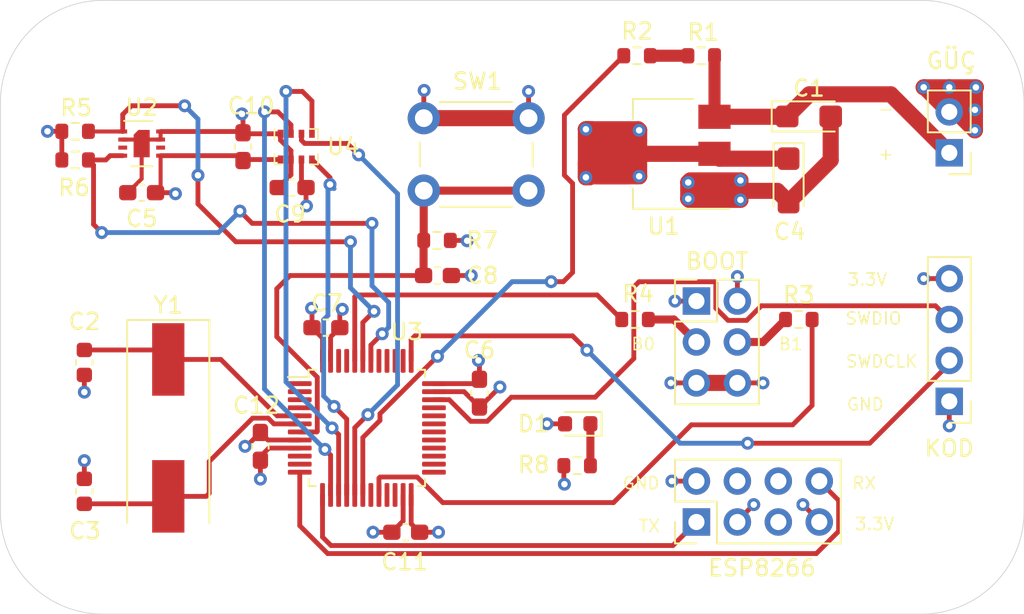
<source format=kicad_pcb>
(kicad_pcb (version 20171130) (host pcbnew "(5.1.10)-1")
  (layers (0 F.Cu signal) (1 In1.Cu power) (2 In2.Cu power) (31 B.Cu signal) (34 B.Paste user) (35 F.Paste user) (36 B.SilkS user) (37 F.SilkS user) (38 B.Mask user) (39 F.Mask user) (44 Edge.Cuts user))
  (net 0 "")
  (net 1 GND)
  (net 2 /BOOT1)
  (net 3 /BOOT0)
  (net 4 +3V3)
  (net 5 /VIN)
  (net 6 "Net-(C2-Pad1)")
  (net 7 "Net-(C3-Pad1)")
  (net 8 /RESET)
  (net 9 "Net-(D1-Pad1)")
  (net 10 /ESP_RX)
  (net 11 "Net-(ESP1-Pad6)")
  (net 12 "Net-(ESP1-Pad5)")
  (net 13 "Net-(ESP1-Pad4)")
  (net 14 /ESP_TX)
  (net 15 /SWDIO)
  (net 16 /SWDCLK)
  (net 17 "Net-(R1-Pad1)")
  (net 18 "Net-(R2-Pad1)")
  (net 19 "Net-(R3-Pad1)")
  (net 20 "Net-(R4-Pad1)")
  (net 21 /SDA_SHT)
  (net 22 /SCL_SHT)
  (net 23 "Net-(U2-Pad3)")
  (net 24 "Net-(U2-Pad6)")
  (net 25 "Net-(U3-Pad46)")
  (net 26 "Net-(U3-Pad45)")
  (net 27 "Net-(U3-Pad41)")
  (net 28 "Net-(U3-Pad40)")
  (net 29 "Net-(U3-Pad39)")
  (net 30 "Net-(U3-Pad38)")
  (net 31 "Net-(U3-Pad33)")
  (net 32 "Net-(U3-Pad32)")
  (net 33 "Net-(U3-Pad31)")
  (net 34 "Net-(U3-Pad30)")
  (net 35 "Net-(U3-Pad29)")
  (net 36 "Net-(U3-Pad28)")
  (net 37 "Net-(U3-Pad27)")
  (net 38 "Net-(U3-Pad26)")
  (net 39 "Net-(U3-Pad25)")
  (net 40 "Net-(U3-Pad22)")
  (net 41 "Net-(U3-Pad21)")
  (net 42 "Net-(U3-Pad19)")
  (net 43 /SDI_BMP)
  (net 44 /SDO_BMP)
  (net 45 /SCK_BMP)
  (net 46 /CSB_BMP)
  (net 47 "Net-(U3-Pad11)")
  (net 48 "Net-(U3-Pad10)")
  (net 49 "Net-(U3-Pad4)")
  (net 50 "Net-(U3-Pad3)")
  (net 51 "Net-(U3-Pad2)")
  (net 52 "Net-(U3-Pad1)")
  (module Capacitor_SMD:C_0603_1608Metric_Pad1.08x0.95mm_HandSolder (layer F.Cu) (at 60.579 167.386 90)
    (fp_text reference C12 (at 2.54 -0.254 180) (layer F.SilkS))
    (fp_text value "100 nF")
    (pad 2 smd roundrect (at 0.8625 0 90) (size 1.075 0.95) (layers F.Cu F.Paste F.Mask) (net 1 GND))
    (pad 1 smd roundrect (at -0.8625 0 90) (size 1.075 0.95) (layers F.Cu F.Paste F.Mask) (net 4 +3V3))
  )
  (module Capacitor_SMD:C_0603_1608Metric_Pad1.08x0.95mm_HandSolder (layer F.Cu) (at 69.596 172.72 180)
    (fp_text reference C11 (at 0.0635 -1.8415) (layer F.SilkS))
    (fp_text value "100 nF")
    (pad 2 smd roundrect (at 0.8625 0 180) (size 1.075 0.95) (layers F.Cu F.Paste F.Mask) (net 1 GND))
    (pad 1 smd roundrect (at -0.8625 0 180) (size 1.075 0.95) (layers F.Cu F.Paste F.Mask) (net 4 +3V3))
  )
  (module Crystal:Crystal_SMD_HC49-SD (layer F.Cu) (at 54.864 166.243 270)
    (fp_text reference Y1 (at -7.62 0 180) (layer F.SilkS))
    (fp_text value "8 MHz")
    (pad 2 smd rect (at 4.25 0 270) (size 4.5 2) (layers F.Cu F.Paste F.Mask) (net 7 "Net-(C3-Pad1)"))
    (pad 1 smd rect (at -4.25 0 270) (size 4.5 2) (layers F.Cu F.Paste F.Mask) (net 6 "Net-(C2-Pad1)"))
  )
  (module Package_LGA:Bosch_LGA-8_2x2.5mm_P0.65mm_ClockwisePinNumbering (layer F.Cu) (at 62.8015 148.7805)
    (fp_text reference U4 (at 2.921 0) (layer F.SilkS))
    (fp_text value BMP280)
    (pad 8 smd rect (at -0.975 0.8 90) (size 0.5 0.35) (layers F.Cu F.Paste F.Mask) (net 4 +3V3))
    (pad 2 smd rect (at -0.325 -0.8 90) (size 0.5 0.35) (layers F.Cu F.Paste F.Mask) (net 46 /CSB_BMP))
    (pad 3 smd rect (at 0.325 -0.8 90) (size 0.5 0.35) (layers F.Cu F.Paste F.Mask) (net 43 /SDI_BMP))
    (pad 4 smd rect (at 0.975 -0.8 90) (size 0.5 0.35) (layers F.Cu F.Paste F.Mask) (net 45 /SCK_BMP))
    (pad 7 smd rect (at -0.325 0.8 90) (size 0.5 0.35) (layers F.Cu F.Paste F.Mask) (net 1 GND))
    (pad 6 smd rect (at 0.325 0.8 90) (size 0.5 0.35) (layers F.Cu F.Paste F.Mask) (net 4 +3V3))
    (pad 5 smd rect (at 0.975 0.8 90) (size 0.5 0.35) (layers F.Cu F.Paste F.Mask) (net 44 /SDO_BMP))
    (pad 1 smd rect (at -0.975 -0.8 90) (size 0.5 0.35) (layers F.Cu F.Paste F.Mask) (net 1 GND))
  )
  (module Package_QFP:LQFP-48_7x7mm_P0.5mm (layer F.Cu) (at 67.183 166.243)
    (fp_text reference U3 (at 2.4765 -5.969) (layer F.SilkS))
    (fp_text value STM32F103C8Tx)
    (pad 48 smd roundrect (at -2.75 -4.1625) (size 0.3 1.475) (layers F.Cu F.Paste F.Mask) (net 4 +3V3))
    (pad 47 smd roundrect (at -2.25 -4.1625) (size 0.3 1.475) (layers F.Cu F.Paste F.Mask) (net 1 GND))
    (pad 46 smd roundrect (at -1.75 -4.1625) (size 0.3 1.475) (layers F.Cu F.Paste F.Mask) (net 25 "Net-(U3-Pad46)"))
    (pad 45 smd roundrect (at -1.25 -4.1625) (size 0.3 1.475) (layers F.Cu F.Paste F.Mask) (net 26 "Net-(U3-Pad45)"))
    (pad 44 smd roundrect (at -0.75 -4.1625) (size 0.3 1.475) (layers F.Cu F.Paste F.Mask) (net 20 "Net-(R4-Pad1)"))
    (pad 43 smd roundrect (at -0.25 -4.1625) (size 0.3 1.475) (layers F.Cu F.Paste F.Mask) (net 21 /SDA_SHT))
    (pad 42 smd roundrect (at 0.25 -4.1625) (size 0.3 1.475) (layers F.Cu F.Paste F.Mask) (net 22 /SCL_SHT))
    (pad 41 smd roundrect (at 0.75 -4.1625) (size 0.3 1.475) (layers F.Cu F.Paste F.Mask) (net 27 "Net-(U3-Pad41)"))
    (pad 40 smd roundrect (at 1.25 -4.1625) (size 0.3 1.475) (layers F.Cu F.Paste F.Mask) (net 28 "Net-(U3-Pad40)"))
    (pad 39 smd roundrect (at 1.75 -4.1625) (size 0.3 1.475) (layers F.Cu F.Paste F.Mask) (net 29 "Net-(U3-Pad39)"))
    (pad 38 smd roundrect (at 2.25 -4.1625) (size 0.3 1.475) (layers F.Cu F.Paste F.Mask) (net 30 "Net-(U3-Pad38)"))
    (pad 37 smd roundrect (at 2.75 -4.1625) (size 0.3 1.475) (layers F.Cu F.Paste F.Mask) (net 16 /SWDCLK))
    (pad 36 smd roundrect (at 4.1625 -2.75) (size 1.475 0.3) (layers F.Cu F.Paste F.Mask) (net 4 +3V3))
    (pad 35 smd roundrect (at 4.1625 -2.25) (size 1.475 0.3) (layers F.Cu F.Paste F.Mask) (net 1 GND))
    (pad 34 smd roundrect (at 4.1625 -1.75) (size 1.475 0.3) (layers F.Cu F.Paste F.Mask) (net 15 /SWDIO))
    (pad 33 smd roundrect (at 4.1625 -1.25) (size 1.475 0.3) (layers F.Cu F.Paste F.Mask) (net 31 "Net-(U3-Pad33)"))
    (pad 32 smd roundrect (at 4.1625 -0.75) (size 1.475 0.3) (layers F.Cu F.Paste F.Mask) (net 32 "Net-(U3-Pad32)"))
    (pad 31 smd roundrect (at 4.1625 -0.25) (size 1.475 0.3) (layers F.Cu F.Paste F.Mask) (net 33 "Net-(U3-Pad31)"))
    (pad 30 smd roundrect (at 4.1625 0.25) (size 1.475 0.3) (layers F.Cu F.Paste F.Mask) (net 34 "Net-(U3-Pad30)"))
    (pad 29 smd roundrect (at 4.1625 0.75) (size 1.475 0.3) (layers F.Cu F.Paste F.Mask) (net 35 "Net-(U3-Pad29)"))
    (pad 28 smd roundrect (at 4.1625 1.25) (size 1.475 0.3) (layers F.Cu F.Paste F.Mask) (net 36 "Net-(U3-Pad28)"))
    (pad 27 smd roundrect (at 4.1625 1.75) (size 1.475 0.3) (layers F.Cu F.Paste F.Mask) (net 37 "Net-(U3-Pad27)"))
    (pad 26 smd roundrect (at 4.1625 2.25) (size 1.475 0.3) (layers F.Cu F.Paste F.Mask) (net 38 "Net-(U3-Pad26)"))
    (pad 25 smd roundrect (at 4.1625 2.75) (size 1.475 0.3) (layers F.Cu F.Paste F.Mask) (net 39 "Net-(U3-Pad25)"))
    (pad 24 smd roundrect (at 2.75 4.1625) (size 0.3 1.475) (layers F.Cu F.Paste F.Mask) (net 4 +3V3))
    (pad 23 smd roundrect (at 2.25 4.1625) (size 0.3 1.475) (layers F.Cu F.Paste F.Mask) (net 1 GND))
    (pad 22 smd roundrect (at 1.75 4.1625) (size 0.3 1.475) (layers F.Cu F.Paste F.Mask) (net 40 "Net-(U3-Pad22)"))
    (pad 21 smd roundrect (at 1.25 4.1625) (size 0.3 1.475) (layers F.Cu F.Paste F.Mask) (net 41 "Net-(U3-Pad21)"))
    (pad 20 smd roundrect (at 0.75 4.1625) (size 0.3 1.475) (layers F.Cu F.Paste F.Mask) (net 19 "Net-(R3-Pad1)"))
    (pad 19 smd roundrect (at 0.25 4.1625) (size 0.3 1.475) (layers F.Cu F.Paste F.Mask) (net 42 "Net-(U3-Pad19)"))
    (pad 18 smd roundrect (at -0.25 4.1625) (size 0.3 1.475) (layers F.Cu F.Paste F.Mask) (net 18 "Net-(R2-Pad1)"))
    (pad 17 smd roundrect (at -0.75 4.1625) (size 0.3 1.475) (layers F.Cu F.Paste F.Mask) (net 43 /SDI_BMP))
    (pad 16 smd roundrect (at -1.25 4.1625) (size 0.3 1.475) (layers F.Cu F.Paste F.Mask) (net 44 /SDO_BMP))
    (pad 15 smd roundrect (at -1.75 4.1625) (size 0.3 1.475) (layers F.Cu F.Paste F.Mask) (net 45 /SCK_BMP))
    (pad 14 smd roundrect (at -2.25 4.1625) (size 0.3 1.475) (layers F.Cu F.Paste F.Mask) (net 46 /CSB_BMP))
    (pad 13 smd roundrect (at -2.75 4.1625) (size 0.3 1.475) (layers F.Cu F.Paste F.Mask) (net 14 /ESP_TX))
    (pad 12 smd roundrect (at -4.1625 2.75) (size 1.475 0.3) (layers F.Cu F.Paste F.Mask) (net 10 /ESP_RX))
    (pad 11 smd roundrect (at -4.1625 2.25) (size 1.475 0.3) (layers F.Cu F.Paste F.Mask) (net 47 "Net-(U3-Pad11)"))
    (pad 10 smd roundrect (at -4.1625 1.75) (size 1.475 0.3) (layers F.Cu F.Paste F.Mask) (net 48 "Net-(U3-Pad10)"))
    (pad 9 smd roundrect (at -4.1625 1.25) (size 1.475 0.3) (layers F.Cu F.Paste F.Mask) (net 4 +3V3))
    (pad 8 smd roundrect (at -4.1625 0.75) (size 1.475 0.3) (layers F.Cu F.Paste F.Mask) (net 1 GND))
    (pad 7 smd roundrect (at -4.1625 0.25) (size 1.475 0.3) (layers F.Cu F.Paste F.Mask) (net 8 /RESET))
    (pad 6 smd roundrect (at -4.1625 -0.25) (size 1.475 0.3) (layers F.Cu F.Paste F.Mask) (net 7 "Net-(C3-Pad1)"))
    (pad 5 smd roundrect (at -4.1625 -0.75) (size 1.475 0.3) (layers F.Cu F.Paste F.Mask) (net 6 "Net-(C2-Pad1)"))
    (pad 4 smd roundrect (at -4.1625 -1.25) (size 1.475 0.3) (layers F.Cu F.Paste F.Mask) (net 49 "Net-(U3-Pad4)"))
    (pad 3 smd roundrect (at -4.1625 -1.75) (size 1.475 0.3) (layers F.Cu F.Paste F.Mask) (net 50 "Net-(U3-Pad3)"))
    (pad 2 smd roundrect (at -4.1625 -2.25) (size 1.475 0.3) (layers F.Cu F.Paste F.Mask) (net 51 "Net-(U3-Pad2)"))
    (pad 1 smd roundrect (at -4.1625 -2.75) (size 1.475 0.3) (layers F.Cu F.Paste F.Mask) (net 52 "Net-(U3-Pad1)"))
  )
  (module Sensor_Humidity:Sensirion_DFN-8-1EP_2.5x2.5mm_P0.5mm_EP1.1x1.7mm (layer F.Cu) (at 53.213 148.59)
    (fp_text reference U2 (at 0 -2.25) (layer F.SilkS))
    (fp_text value SHT30-DIS)
    (pad 1 smd rect (at -1.175 -0.75) (size 0.55 0.25) (layers F.Cu F.Paste F.Mask) (net 21 /SDA_SHT))
    (pad 2 smd rect (at -1.175 -0.25) (size 0.55 0.25) (layers F.Cu F.Paste F.Mask) (net 1 GND))
    (pad 3 smd rect (at -1.175 0.25) (size 0.55 0.25) (layers F.Cu F.Paste F.Mask) (net 23 "Net-(U2-Pad3)"))
    (pad 4 smd rect (at -1.175 0.75 180) (size 0.55 0.25) (layers F.Cu F.Paste F.Mask) (net 22 /SCL_SHT))
    (pad 5 smd rect (at 1.175 0.75) (size 0.55 0.25) (layers F.Cu F.Paste F.Mask) (net 4 +3V3))
    (pad 6 smd rect (at 1.175 0.25) (size 0.55 0.25) (layers F.Cu F.Paste F.Mask) (net 24 "Net-(U2-Pad6)"))
    (pad 7 smd rect (at 1.175 -0.25) (size 0.55 0.25) (layers F.Cu F.Paste F.Mask) (net 1 GND))
    (pad 8 smd rect (at 1.175 -0.75) (size 0.55 0.25) (layers F.Cu F.Paste F.Mask) (net 1 GND))
    (pad 9 smd custom (at 0 0) (size 1 1) (layers F.Cu F.Mask) (net 1 GND) (options (clearance outline) (anchor circle)) (primitives (gr_poly (pts (xy 0.5 0.85) (xy -0.5 0.85) (xy -0.5 -0.55) (xy -0.2 -0.85) (xy 0.5 -0.85)) (width 0))))
  )
  (module Package_TO_SOT_SMD:SOT-223-3_TabPin2 (layer F.Cu) (at 85.598 149.225 180)
    (fp_text reference U1 (at 0 -4.5) (layer F.SilkS))
    (fp_text value AMS1117-3.3)
    (pad 1 smd rect (at -3.15 -2.3 180) (size 2 1.5) (layers F.Cu F.Paste F.Mask) (net 1 GND))
    (pad 3 smd rect (at -3.15 2.3 180) (size 2 1.5) (layers F.Cu F.Paste F.Mask) (net 5 /VIN))
    (pad 2 smd rect (at -3.15 0 180) (size 2 1.5) (layers F.Cu F.Paste F.Mask) (net 4 +3V3))
    (pad 2 smd rect (at 3.15 0 180) (size 2 3.8) (layers F.Cu F.Paste F.Mask) (net 4 +3V3))
  )
  (module Button_Switch_THT:SW_PUSH_6mm (layer F.Cu) (at 77.216 151.511 180)
    (fp_text reference SW1 (at 3.175 6.7945) (layer F.SilkS))
    (fp_text value SW_Push)
    (pad 1 thru_hole circle (at 6.5 0 270) (size 2 2) (drill 1.1) (layers *.Cu *.Mask) (net 8 /RESET))
    (pad 2 thru_hole circle (at 6.5 4.5 270) (size 2 2) (drill 1.1) (layers *.Cu *.Mask) (net 1 GND))
    (pad 1 thru_hole circle (at 0 0 270) (size 2 2) (drill 1.1) (layers *.Cu *.Mask) (net 8 /RESET))
    (pad 2 thru_hole circle (at 0 4.5 270) (size 2 2) (drill 1.1) (layers *.Cu *.Mask) (net 1 GND))
  )
  (module Resistor_SMD:R_0603_1608Metric (layer F.Cu) (at 80.228922 168.588914)
    (fp_text reference R8 (at -2.695422 -0.059914) (layer F.SilkS))
    (fp_text value "510 R")
    (pad 2 smd roundrect (at 0.825 0) (size 0.8 0.95) (layers F.Cu F.Paste F.Mask) (net 9 "Net-(D1-Pad1)"))
    (pad 1 smd roundrect (at -0.825 0) (size 0.8 0.95) (layers F.Cu F.Paste F.Mask) (net 1 GND))
  )
  (module Resistor_SMD:R_0603_1608Metric (layer F.Cu) (at 71.536053 154.601315 180)
    (fp_text reference R7 (at -2.794 0) (layer F.SilkS))
    (fp_text value 10k)
    (pad 2 smd roundrect (at 0.825 0 180) (size 0.8 0.95) (layers F.Cu F.Paste F.Mask) (net 8 /RESET))
    (pad 1 smd roundrect (at -0.825 0 180) (size 0.8 0.95) (layers F.Cu F.Paste F.Mask) (net 4 +3V3))
  )
  (module Resistor_SMD:R_0603_1608Metric (layer F.Cu) (at 49.0855 149.606)
    (fp_text reference R6 (at -0.0635 1.7145) (layer F.SilkS))
    (fp_text value 10k)
    (pad 2 smd roundrect (at 0.825 0) (size 0.8 0.95) (layers F.Cu F.Paste F.Mask) (net 22 /SCL_SHT))
    (pad 1 smd roundrect (at -0.825 0) (size 0.8 0.95) (layers F.Cu F.Paste F.Mask) (net 4 +3V3))
  )
  (module Resistor_SMD:R_0603_1608Metric (layer F.Cu) (at 49.0855 147.828)
    (fp_text reference R5 (at 0.0635 -1.4605) (layer F.SilkS))
    (fp_text value 10k)
    (pad 2 smd roundrect (at 0.825 0) (size 0.8 0.95) (layers F.Cu F.Paste F.Mask) (net 21 /SDA_SHT))
    (pad 1 smd roundrect (at -0.825 0) (size 0.8 0.95) (layers F.Cu F.Paste F.Mask) (net 4 +3V3))
  )
  (module Resistor_SMD:R_0603_1608Metric (layer F.Cu) (at 83.82 159.512)
    (fp_text reference R4 (at 0.1905 -1.5875) (layer F.SilkS))
    (fp_text value 100k)
    (pad 2 smd roundrect (at 0.825 0) (size 0.8 0.95) (layers F.Cu F.Paste F.Mask) (net 3 /BOOT0))
    (pad 1 smd roundrect (at -0.825 0) (size 0.8 0.95) (layers F.Cu F.Paste F.Mask) (net 20 "Net-(R4-Pad1)"))
  )
  (module Resistor_SMD:R_0603_1608Metric (layer F.Cu) (at 93.98 159.512 180)
    (fp_text reference R3 (at 0 1.524) (layer F.SilkS))
    (fp_text value 100k)
    (pad 2 smd roundrect (at 0.825 0 180) (size 0.8 0.95) (layers F.Cu F.Paste F.Mask) (net 2 /BOOT1))
    (pad 1 smd roundrect (at -0.825 0 180) (size 0.8 0.95) (layers F.Cu F.Paste F.Mask) (net 19 "Net-(R3-Pad1)"))
  )
  (module Resistor_SMD:R_0603_1608Metric (layer F.Cu) (at 83.946752 143.13592)
    (fp_text reference R2 (at 0 -1.524) (layer F.SilkS))
    (fp_text value 50k)
    (pad 2 smd roundrect (at 0.825 0) (size 0.8 0.95) (layers F.Cu F.Paste F.Mask) (net 17 "Net-(R1-Pad1)"))
    (pad 1 smd roundrect (at -0.825 0) (size 0.8 0.95) (layers F.Cu F.Paste F.Mask) (net 18 "Net-(R2-Pad1)"))
  )
  (module Resistor_SMD:R_0603_1608Metric (layer F.Cu) (at 87.926048 143.138457)
    (fp_text reference R1 (at 0.127 -1.4605) (layer F.SilkS))
    (fp_text value 50k)
    (pad 2 smd roundrect (at 0.825 0) (size 0.8 0.95) (layers F.Cu F.Paste F.Mask) (net 5 /VIN))
    (pad 1 smd roundrect (at -0.825 0) (size 0.8 0.95) (layers F.Cu F.Paste F.Mask) (net 17 "Net-(R1-Pad1)"))
  )
  (module Connector_PinHeader_2.54mm:PinHeader_1x04_P2.54mm_Vertical (layer F.Cu) (at 103.3145 164.592 180)
    (fp_text reference KOD (at 0 -2.921) (layer F.SilkS))
    (fp_text value 1x4)
    (pad 4 thru_hole oval (at 0 7.62 180) (size 1.7 1.7) (drill 1) (layers *.Cu *.Mask) (net 4 +3V3))
    (pad 3 thru_hole oval (at 0 5.08 180) (size 1.7 1.7) (drill 1) (layers *.Cu *.Mask) (net 15 /SWDIO))
    (pad 2 thru_hole oval (at 0 2.54 180) (size 1.7 1.7) (drill 1) (layers *.Cu *.Mask) (net 16 /SWDCLK))
    (pad 1 thru_hole rect (at 0 0 180) (size 1.7 1.7) (drill 1) (layers *.Cu *.Mask) (net 1 GND))
  )
  (module Connector_PinHeader_2.54mm:PinHeader_1x02_P2.54mm_Vertical (layer F.Cu) (at 103.3145 149.1615 180)
    (fp_text reference GÜÇ (at -0.127 5.715) (layer F.SilkS))
    (fp_text value 1x2)
    (pad 2 thru_hole oval (at 0 2.54 180) (size 1.7 1.7) (drill 1) (layers *.Cu *.Mask) (net 1 GND))
    (pad 1 thru_hole rect (at 0 0 180) (size 1.7 1.7) (drill 1) (layers *.Cu *.Mask) (net 5 /VIN))
  )
  (module Connector_PinHeader_2.54mm:PinHeader_2x04_P2.54mm_Vertical (layer F.Cu) (at 87.63 172.085 90)
    (fp_text reference ESP8266 (at -2.8575 4.064 180) (layer F.SilkS))
    (fp_text value 2x4)
    (pad 8 thru_hole oval (at 2.54 7.62 90) (size 1.7 1.7) (drill 1) (layers *.Cu *.Mask) (net 10 /ESP_RX))
    (pad 7 thru_hole oval (at 0 7.62 90) (size 1.7 1.7) (drill 1) (layers *.Cu *.Mask) (net 4 +3V3))
    (pad 6 thru_hole oval (at 2.54 5.08 90) (size 1.7 1.7) (drill 1) (layers *.Cu *.Mask) (net 11 "Net-(ESP1-Pad6)"))
    (pad 5 thru_hole oval (at 0 5.08 90) (size 1.7 1.7) (drill 1) (layers *.Cu *.Mask) (net 12 "Net-(ESP1-Pad5)"))
    (pad 4 thru_hole oval (at 2.54 2.54 90) (size 1.7 1.7) (drill 1) (layers *.Cu *.Mask) (net 13 "Net-(ESP1-Pad4)"))
    (pad 3 thru_hole oval (at 0 2.54 90) (size 1.7 1.7) (drill 1) (layers *.Cu *.Mask) (net 4 +3V3))
    (pad 2 thru_hole oval (at 2.54 0 90) (size 1.7 1.7) (drill 1) (layers *.Cu *.Mask) (net 1 GND))
    (pad 1 thru_hole rect (at 0 0 90) (size 1.7 1.7) (drill 1) (layers *.Cu *.Mask) (net 14 /ESP_TX))
  )
  (module LED_SMD:LED_0603_1608Metric (layer F.Cu) (at 80.264 165.989 180)
    (fp_text reference D1 (at 2.7305 0) (layer F.SilkS))
    (fp_text value LED)
    (pad 2 smd roundrect (at 0.7875 0 180) (size 0.875 0.95) (layers F.Cu F.Paste F.Mask) (net 4 +3V3))
    (pad 1 smd roundrect (at -0.7875 0 180) (size 0.875 0.95) (layers F.Cu F.Paste F.Mask) (net 9 "Net-(D1-Pad1)"))
  )
  (module Capacitor_SMD:C_0603_1608Metric_Pad1.08x0.95mm_HandSolder (layer F.Cu) (at 59.4995 148.7805 90)
    (fp_text reference C10 (at 2.54 0.508 180) (layer F.SilkS))
    (fp_text value "100 nF")
    (pad 2 smd roundrect (at 0.8625 0 90) (size 1.075 0.95) (layers F.Cu F.Paste F.Mask) (net 1 GND))
    (pad 1 smd roundrect (at -0.8625 0 90) (size 1.075 0.95) (layers F.Cu F.Paste F.Mask) (net 4 +3V3))
  )
  (module Capacitor_SMD:C_0603_1608Metric_Pad1.08x0.95mm_HandSolder (layer F.Cu) (at 62.5475 151.3205 180)
    (fp_text reference C9 (at 0.127 -1.651) (layer F.SilkS))
    (fp_text value "100 nF")
    (pad 2 smd roundrect (at 0.8625 0 180) (size 1.075 0.95) (layers F.Cu F.Paste F.Mask) (net 1 GND))
    (pad 1 smd roundrect (at -0.8625 0 180) (size 1.075 0.95) (layers F.Cu F.Paste F.Mask) (net 4 +3V3))
  )
  (module Capacitor_SMD:C_0603_1608Metric_Pad1.08x0.95mm_HandSolder (layer F.Cu) (at 71.5645 156.7815)
    (fp_text reference C8 (at 2.794 0) (layer F.SilkS))
    (fp_text value "100 nF")
    (pad 2 smd roundrect (at 0.8625 0) (size 1.075 0.95) (layers F.Cu F.Paste F.Mask) (net 1 GND))
    (pad 1 smd roundrect (at -0.8625 0) (size 1.075 0.95) (layers F.Cu F.Paste F.Mask) (net 8 /RESET))
  )
  (module Capacitor_SMD:C_0603_1608Metric_Pad1.08x0.95mm_HandSolder (layer F.Cu) (at 64.643 160.02)
    (fp_text reference C7 (at 0.0635 -1.524) (layer F.SilkS))
    (fp_text value "100 nF")
    (pad 2 smd roundrect (at 0.8625 0) (size 1.075 0.95) (layers F.Cu F.Paste F.Mask) (net 1 GND))
    (pad 1 smd roundrect (at -0.8625 0) (size 1.075 0.95) (layers F.Cu F.Paste F.Mask) (net 4 +3V3))
  )
  (module Capacitor_SMD:C_0603_1608Metric_Pad1.08x0.95mm_HandSolder (layer F.Cu) (at 74.168 164.084 270)
    (fp_text reference C6 (at -2.667 0 180) (layer F.SilkS))
    (fp_text value "100 nF")
    (pad 2 smd roundrect (at 0.8625 0 270) (size 1.075 0.95) (layers F.Cu F.Paste F.Mask) (net 1 GND))
    (pad 1 smd roundrect (at -0.8625 0 270) (size 1.075 0.95) (layers F.Cu F.Paste F.Mask) (net 4 +3V3))
  )
  (module Capacitor_SMD:C_0603_1608Metric_Pad1.08x0.95mm_HandSolder (layer F.Cu) (at 53.213 151.638)
    (fp_text reference C5 (at 0.006307 1.605263) (layer F.SilkS))
    (fp_text value "100 nF")
    (pad 2 smd roundrect (at 0.8625 0) (size 1.075 0.95) (layers F.Cu F.Paste F.Mask) (net 4 +3V3))
    (pad 1 smd roundrect (at -0.8625 0) (size 1.075 0.95) (layers F.Cu F.Paste F.Mask) (net 1 GND))
  )
  (module Capacitor_Tantalum_SMD:CP_EIA-3216-18_Kemet-A (layer F.Cu) (at 93.345 150.876 270)
    (fp_text reference C4 (at 3.175 -0.0635 180) (layer F.SilkS))
    (fp_text value "10 uF")
    (pad 2 smd roundrect (at 1.35 0 270) (size 1.4 1.35) (layers F.Cu F.Paste F.Mask) (roundrect_rratio 0.185185) (net 1 GND))
    (pad 1 smd roundrect (at -1.35 0 270) (size 1.4 1.35) (layers F.Cu F.Paste F.Mask) (roundrect_rratio 0.185185) (net 4 +3V3))
  )
  (module Capacitor_SMD:C_0603_1608Metric (layer F.Cu) (at 49.657 170.18 90)
    (fp_text reference C3 (at -2.458024 0.035349 180) (layer F.SilkS))
    (fp_text value "12 pF")
    (pad 2 smd roundrect (at 0.775 0 90) (size 0.9 0.95) (layers F.Cu F.Paste F.Mask) (net 1 GND))
    (pad 1 smd roundrect (at -0.775 0 90) (size 0.9 0.95) (layers F.Cu F.Paste F.Mask) (net 7 "Net-(C3-Pad1)"))
  )
  (module Capacitor_SMD:C_0603_1608Metric (layer F.Cu) (at 49.657 162.179 270)
    (fp_text reference C2 (at -2.54 0 180) (layer F.SilkS))
    (fp_text value "12 pF")
    (pad 2 smd roundrect (at 0.775 0 270) (size 0.9 0.95) (layers F.Cu F.Paste F.Mask) (net 1 GND))
    (pad 1 smd roundrect (at -0.775 0 270) (size 0.9 0.95) (layers F.Cu F.Paste F.Mask) (net 6 "Net-(C2-Pad1)"))
  )
  (module Capacitor_Tantalum_SMD:CP_EIA-3216-18_Kemet-A (layer F.Cu) (at 94.608681 146.905592)
    (fp_text reference C1 (at 0 -1.75) (layer F.SilkS))
    (fp_text value "10 uF")
    (pad 2 smd roundrect (at 1.35 0) (size 1.4 1.35) (layers F.Cu F.Paste F.Mask) (roundrect_rratio 0.185185) (net 1 GND))
    (pad 1 smd roundrect (at -1.35 0) (size 1.4 1.35) (layers F.Cu F.Paste F.Mask) (roundrect_rratio 0.185185) (net 5 /VIN))
  )
  (module Connector_PinHeader_2.54mm:PinHeader_2x03_P2.54mm_Vertical (layer F.Cu) (at 87.63 158.369)
    (fp_text reference BOOT (at 1.27 -2.4765) (layer F.SilkS))
    (fp_text value 2x3)
    (pad 6 thru_hole oval (at 2.54 5.08) (size 1.7 1.7) (drill 1) (layers *.Cu *.Mask) (net 1 GND))
    (pad 5 thru_hole oval (at 0 5.08) (size 1.7 1.7) (drill 1) (layers *.Cu *.Mask) (net 1 GND))
    (pad 4 thru_hole oval (at 2.54 2.54) (size 1.7 1.7) (drill 1) (layers *.Cu *.Mask) (net 2 /BOOT1))
    (pad 3 thru_hole oval (at 0 2.54) (size 1.7 1.7) (drill 1) (layers *.Cu *.Mask) (net 3 /BOOT0))
    (pad 2 thru_hole oval (at 2.54 0) (size 1.7 1.7) (drill 1) (layers *.Cu *.Mask) (net 4 +3V3))
    (pad 1 thru_hole rect (at 0 0) (size 1.7 1.7) (drill 1) (layers *.Cu *.Mask) (net 4 +3V3))
  )
  (gr_arc (start 50.8 146.05) (end 50.8 139.7) (angle -90) (layer Edge.Cuts) (width 0.05))
  (gr_arc (start 50.8 171.45) (end 44.45 171.45) (angle -90) (layer Edge.Cuts) (width 0.05))
  (gr_arc (start 101.6 171.45) (end 101.6 177.8) (angle -90) (layer Edge.Cuts) (width 0.05))
  (gr_arc (start 101.6 146.05) (end 107.95 146.05) (angle -90) (layer Edge.Cuts) (width 0.05))
  (gr_line (start 44.45 146.05) (end 44.45 171.45) (layer Edge.Cuts) (width 0.05))
  (gr_line (start 101.6 177.8) (end 50.8 177.8) (layer Edge.Cuts) (width 0.05))
  (gr_line (start 107.95 146.05) (end 107.95 171.45) (layer Edge.Cuts) (width 0.05))
  (gr_line (start 101.6 139.7) (end 50.8 139.7) (layer Edge.Cuts) (width 0.05))
  (gr_text - (at 99.3775 146.431) (layer F.SilkS) (effects (font (size 0.75 0.75) (thickness 0.1))))
  (gr_text + (at 99.3775 149.225) (layer F.SilkS) (effects (font (size 0.75 0.75) (thickness 0.1))))
  (gr_text GND (at 98.1075 164.7825) (layer F.SilkS) (effects (font (size 0.75 0.75) (thickness 0.1))))
  (gr_text SWDCLK (at 99.1235 162.1155) (layer F.SilkS) (effects (font (size 0.75 0.75) (thickness 0.1))))
  (gr_text SWDIO (at 98.6155 159.4485) (layer F.SilkS) (effects (font (size 0.75 0.75) (thickness 0.1))))
  (gr_text 3.3V (at 98.2345 157.0355) (layer F.SilkS) (effects (font (size 0.75 0.75) (thickness 0.1))))
  (gr_text 3.3V (at 98.679 172.212) (layer F.SilkS) (effects (font (size 0.75 0.75) (thickness 0.1))))
  (gr_text GND (at 84.201 169.672) (layer F.SilkS) (effects (font (size 0.75 0.75) (thickness 0.1))))
  (gr_text RX (at 98.044 169.672) (layer F.SilkS) (effects (font (size 0.75 0.75) (thickness 0.1))))
  (gr_text TX (at 84.709 172.339) (layer F.SilkS) (effects (font (size 0.75 0.75) (thickness 0.1))))
  (gr_text B1 (at 93.472 161.036) (layer F.SilkS) (effects (font (size 0.75 0.75) (thickness 0.1))))
  (gr_text B0 (at 84.328 161.036) (layer F.SilkS) (effects (font (size 0.75 0.75) (thickness 0.1))))
  (via (at 47.371 147.828) (size 0.8) (drill 0.4) (layers F.Cu B.Cu) (net 4))
  (via (at 84.074 147.7645) (size 0.8) (drill 0.4) (layers F.Cu B.Cu) (net 4))
  (segment (start 52.963 148.34) (end 53.213 148.59) (width 0.25) (layer F.Cu) (net 1))
  (segment (start 52.038 148.34) (end 52.963 148.34) (width 0.25) (layer F.Cu) (net 1))
  (segment (start 54.388 147.84) (end 54.388 148.34) (width 0.25) (layer F.Cu) (net 1))
  (segment (start 53.463 148.34) (end 53.213 148.59) (width 0.25) (layer F.Cu) (net 1))
  (segment (start 54.388 148.34) (end 53.463 148.34) (width 0.25) (layer F.Cu) (net 1))
  (segment (start 61.0485 166.993) (end 60.579 166.5235) (width 0.3) (layer F.Cu) (net 1))
  (segment (start 63.0205 166.993) (end 61.0485 166.993) (width 0.3) (layer F.Cu) (net 1))
  (segment (start 64.933 160.5925) (end 65.5055 160.02) (width 0.3) (layer F.Cu) (net 1))
  (segment (start 64.933 162.0805) (end 64.933 160.5925) (width 0.3) (layer F.Cu) (net 1))
  (segment (start 73.2145 163.993) (end 74.168 164.9465) (width 0.3) (layer F.Cu) (net 1))
  (segment (start 71.3455 163.993) (end 73.2145 163.993) (width 0.3) (layer F.Cu) (net 1))
  (segment (start 69.433 172.0205) (end 68.7335 172.72) (width 0.3) (layer F.Cu) (net 1))
  (segment (start 69.433 170.4055) (end 69.433 172.0205) (width 0.3) (layer F.Cu) (net 1))
  (segment (start 70.716 147.011) (end 77.216 147.011) (width 1) (layer F.Cu) (net 1))
  (segment (start 59.562 147.9805) (end 59.4995 147.918) (width 0.3) (layer F.Cu) (net 1))
  (segment (start 61.8265 147.9805) (end 59.562 147.9805) (width 0.3) (layer F.Cu) (net 1))
  (segment (start 62.4765 150.529) (end 61.685 151.3205) (width 0.3) (layer F.Cu) (net 1))
  (segment (start 62.4765 149.5805) (end 62.4765 150.529) (width 0.3) (layer F.Cu) (net 1))
  (segment (start 53.213 150.7755) (end 53.213 148.59) (width 0.25) (layer F.Cu) (net 1))
  (segment (start 52.3505 151.638) (end 53.213 150.7755) (width 0.25) (layer F.Cu) (net 1))
  (segment (start 92.644 151.525) (end 93.345 152.226) (width 1) (layer F.Cu) (net 1))
  (segment (start 88.748 151.525) (end 88.748 151.525) (width 1) (layer F.Cu) (net 1))
  (segment (start 95.958681 149.612319) (end 95.958681 146.905592) (width 1) (layer F.Cu) (net 1))
  (segment (start 93.345 152.226) (end 95.958681 149.612319) (width 1) (layer F.Cu) (net 1))
  (via (at 87.122 151.003) (size 0.8) (drill 0.4) (layers F.Cu B.Cu) (net 1))
  (via (at 87.122 152.019) (size 0.8) (drill 0.4) (layers F.Cu B.Cu) (net 1))
  (segment (start 87.616 151.525) (end 87.122 152.019) (width 1) (layer F.Cu) (net 1))
  (segment (start 88.748 151.525) (end 87.616 151.525) (width 1) (layer F.Cu) (net 1))
  (segment (start 88.226 151.003) (end 88.748 151.525) (width 1) (layer F.Cu) (net 1))
  (segment (start 87.122 151.003) (end 88.226 151.003) (width 1) (layer F.Cu) (net 1))
  (segment (start 87.122 151.003) (end 87.122 152.019) (width 1) (layer F.Cu) (net 1))
  (via (at 90.3605 150.876) (size 0.8) (drill 0.4) (layers F.Cu B.Cu) (net 1))
  (via (at 90.3605 152.0825) (size 0.8) (drill 0.4) (layers F.Cu B.Cu) (net 1))
  (segment (start 87.249 150.876) (end 87.122 151.003) (width 1) (layer F.Cu) (net 1))
  (segment (start 90.3605 150.876) (end 87.249 150.876) (width 1) (layer F.Cu) (net 1))
  (segment (start 88.748 151.525) (end 92.644 151.525) (width 1) (layer F.Cu) (net 1))
  (segment (start 87.1855 152.0825) (end 87.122 152.019) (width 1) (layer F.Cu) (net 1))
  (segment (start 90.3605 152.0825) (end 87.1855 152.0825) (width 1) (layer F.Cu) (net 1))
  (segment (start 90.3605 150.876) (end 90.3605 152.0825) (width 1) (layer F.Cu) (net 1))
  (via (at 104.902 146.4945) (size 0.8) (drill 0.4) (layers F.Cu B.Cu) (net 1))
  (via (at 104.9655 145.0975) (size 0.8) (drill 0.4) (layers F.Cu B.Cu) (net 1))
  (via (at 101.727 145.0975) (size 0.8) (drill 0.4) (layers F.Cu B.Cu) (net 1))
  (via (at 104.902 147.7645) (size 0.8) (drill 0.4) (layers F.Cu B.Cu) (net 1))
  (via (at 103.3145 145.0975) (size 0.8) (drill 0.4) (layers F.Cu B.Cu) (net 1))
  (segment (start 101.727 145.0975) (end 104.9655 145.0975) (width 1) (layer F.Cu) (net 1))
  (segment (start 104.902 145.161) (end 104.9655 145.0975) (width 1) (layer F.Cu) (net 1))
  (segment (start 104.902 147.7645) (end 104.902 145.161) (width 1) (layer F.Cu) (net 1))
  (segment (start 104.775 146.6215) (end 104.902 146.4945) (width 1) (layer F.Cu) (net 1))
  (segment (start 103.3145 146.6215) (end 104.775 146.6215) (width 1) (layer F.Cu) (net 1))
  (segment (start 104.902 146.685) (end 103.3145 145.0975) (width 1) (layer F.Cu) (net 1))
  (segment (start 104.902 147.7645) (end 104.902 146.685) (width 1) (layer F.Cu) (net 1))
  (segment (start 101.7905 145.0975) (end 103.3145 146.6215) (width 1) (layer F.Cu) (net 1))
  (segment (start 101.727 145.0975) (end 101.7905 145.0975) (width 1) (layer F.Cu) (net 1))
  (segment (start 103.3145 145.0975) (end 103.3145 146.6215) (width 1) (layer F.Cu) (net 1))
  (segment (start 103.759 146.6215) (end 104.902 147.7645) (width 1) (layer F.Cu) (net 1))
  (segment (start 103.3145 146.6215) (end 103.759 146.6215) (width 1) (layer F.Cu) (net 1))
  (segment (start 59.4215 147.84) (end 59.4995 147.918) (width 0.3) (layer F.Cu) (net 1))
  (segment (start 54.388 147.84) (end 59.4215 147.84) (width 0.3) (layer F.Cu) (net 1))
  (segment (start 87.63 163.449) (end 90.17 163.449) (width 1) (layer F.Cu) (net 1))
  (via (at 77.216 145.3515) (size 0.8) (drill 0.4) (layers F.Cu B.Cu) (net 1))
  (via (at 70.739 145.288) (size 0.8) (drill 0.4) (layers F.Cu B.Cu) (net 1))
  (via (at 59.436 146.7485) (size 0.8) (drill 0.4) (layers F.Cu B.Cu) (net 1))
  (via (at 49.657 164.0205) (size 0.8) (drill 0.4) (layers F.Cu B.Cu) (net 1))
  (via (at 49.657 168.275) (size 0.8) (drill 0.4) (layers F.Cu B.Cu) (net 1))
  (via (at 75.438 163.703) (size 0.8) (drill 0.4) (layers F.Cu B.Cu) (net 1))
  (via (at 67.564 172.72) (size 0.8) (drill 0.4) (layers F.Cu B.Cu) (net 1))
  (via (at 79.4385 169.7355) (size 0.8) (drill 0.4) (layers F.Cu B.Cu) (net 1))
  (via (at 86.106 169.545) (size 0.8) (drill 0.4) (layers F.Cu B.Cu) (net 1))
  (via (at 103.3145 166.116) (size 0.8) (drill 0.4) (layers F.Cu B.Cu) (net 1))
  (via (at 73.66 156.7815) (size 0.8) (drill 0.4) (layers F.Cu B.Cu) (net 1))
  (via (at 65.659 158.877) (size 0.8) (drill 0.4) (layers F.Cu B.Cu) (net 1))
  (via (at 59.6265 167.386) (size 0.8) (drill 0.4) (layers F.Cu B.Cu) (net 1))
  (segment (start 59.7165 167.386) (end 60.579 166.5235) (width 0.3) (layer F.Cu) (net 1))
  (segment (start 59.6265 167.386) (end 59.7165 167.386) (width 0.3) (layer F.Cu) (net 1))
  (segment (start 49.657 169.405) (end 49.657 168.275) (width 0.3) (layer F.Cu) (net 1))
  (segment (start 49.657 162.954) (end 49.657 164.0205) (width 0.3) (layer F.Cu) (net 1))
  (segment (start 61.8265 148.3805) (end 61.8265 147.9805) (width 0.3) (layer F.Cu) (net 1))
  (segment (start 62.4765 149.0305) (end 61.8265 148.3805) (width 0.3) (layer F.Cu) (net 1))
  (segment (start 62.4765 149.5805) (end 62.4765 149.0305) (width 0.3) (layer F.Cu) (net 1))
  (segment (start 59.4995 146.812) (end 59.436 146.7485) (width 0.3) (layer F.Cu) (net 1))
  (segment (start 59.4995 147.918) (end 59.4995 146.812) (width 0.3) (layer F.Cu) (net 1))
  (segment (start 70.716 145.311) (end 70.739 145.288) (width 0.3) (layer F.Cu) (net 1))
  (segment (start 70.716 147.011) (end 70.716 145.311) (width 0.3) (layer F.Cu) (net 1))
  (segment (start 77.216 147.011) (end 77.216 145.3515) (width 0.3) (layer F.Cu) (net 1))
  (via (at 86.0425 163.449) (size 0.8) (drill 0.4) (layers F.Cu B.Cu) (net 1))
  (via (at 91.7575 163.449) (size 0.8) (drill 0.4) (layers F.Cu B.Cu) (net 1))
  (segment (start 90.17 163.449) (end 91.7575 163.449) (width 0.3) (layer F.Cu) (net 1))
  (segment (start 87.63 163.449) (end 86.0425 163.449) (width 0.3) (layer F.Cu) (net 1))
  (segment (start 74.168 164.9465) (end 74.512 164.9465) (width 0.3) (layer F.Cu) (net 1))
  (segment (start 79.403922 169.700922) (end 79.4385 169.7355) (width 0.3) (layer F.Cu) (net 1))
  (segment (start 79.403922 168.588914) (end 79.403922 169.700922) (width 0.3) (layer F.Cu) (net 1))
  (segment (start 87.63 169.545) (end 86.106 169.545) (width 0.3) (layer F.Cu) (net 1))
  (segment (start 68.7335 172.72) (end 67.564 172.72) (width 0.3) (layer F.Cu) (net 1))
  (segment (start 103.3145 166.116) (end 103.3145 164.592) (width 0.3) (layer F.Cu) (net 1))
  (segment (start 72.427 156.7815) (end 73.66 156.7815) (width 0.3) (layer F.Cu) (net 1))
  (segment (start 65.5055 159.0305) (end 65.659 158.877) (width 0.3) (layer F.Cu) (net 1))
  (segment (start 65.5055 160.02) (end 65.5055 159.0305) (width 0.3) (layer F.Cu) (net 1))
  (segment (start 74.1945 164.9465) (end 75.438 163.703) (width 0.3) (layer F.Cu) (net 1))
  (segment (start 74.168 164.9465) (end 74.1945 164.9465) (width 0.3) (layer F.Cu) (net 1))
  (segment (start 91.758 160.909) (end 93.155 159.512) (width 0.5) (layer F.Cu) (net 2))
  (segment (start 90.17 160.909) (end 91.758 160.909) (width 0.5) (layer F.Cu) (net 2))
  (segment (start 86.233 159.512) (end 87.63 160.909) (width 0.5) (layer F.Cu) (net 3))
  (segment (start 84.645 159.512) (end 86.233 159.512) (width 0.5) (layer F.Cu) (net 3))
  (segment (start 60.579 168.2485) (end 60.579 168.021) (width 0.3) (layer F.Cu) (net 4))
  (segment (start 61.107 167.493) (end 63.0205 167.493) (width 0.3) (layer F.Cu) (net 4))
  (segment (start 60.579 168.021) (end 61.107 167.493) (width 0.3) (layer F.Cu) (net 4))
  (segment (start 64.433 160.6725) (end 63.7805 160.02) (width 0.3) (layer F.Cu) (net 4))
  (segment (start 64.433 162.0805) (end 64.433 160.6725) (width 0.3) (layer F.Cu) (net 4))
  (segment (start 73.8965 163.493) (end 74.168 163.2215) (width 0.3) (layer F.Cu) (net 4))
  (segment (start 71.3455 163.493) (end 73.8965 163.493) (width 0.3) (layer F.Cu) (net 4))
  (segment (start 69.933 172.1945) (end 70.4585 172.72) (width 0.3) (layer F.Cu) (net 4))
  (segment (start 69.933 170.4055) (end 69.933 172.1945) (width 0.3) (layer F.Cu) (net 4))
  (segment (start 63.1265 151.037) (end 63.41 151.3205) (width 0.3) (layer F.Cu) (net 4))
  (segment (start 63.1265 149.5805) (end 63.1265 151.037) (width 0.3) (layer F.Cu) (net 4))
  (segment (start 59.562 149.5805) (end 59.4995 149.643) (width 0.3) (layer F.Cu) (net 4))
  (segment (start 61.8265 149.5805) (end 59.562 149.5805) (width 0.3) (layer F.Cu) (net 4))
  (segment (start 54.388 151.3255) (end 54.0755 151.638) (width 0.25) (layer F.Cu) (net 4))
  (segment (start 54.388 149.34) (end 54.388 151.3255) (width 0.25) (layer F.Cu) (net 4))
  (via (at 84.074 150.622) (size 0.8) (drill 0.4) (layers F.Cu B.Cu) (net 4))
  (segment (start 84.074 147.7645) (end 84.074 150.622) (width 1) (layer F.Cu) (net 4))
  (segment (start 83.9085 147.7645) (end 82.448 149.225) (width 1) (layer F.Cu) (net 4))
  (segment (start 84.074 147.7645) (end 83.9085 147.7645) (width 1) (layer F.Cu) (net 4))
  (segment (start 83.845 150.622) (end 82.448 149.225) (width 1) (layer F.Cu) (net 4))
  (segment (start 84.074 150.622) (end 83.845 150.622) (width 1) (layer F.Cu) (net 4))
  (segment (start 82.448 149.225) (end 88.748 149.225) (width 1) (layer F.Cu) (net 4))
  (segment (start 89.049 149.526) (end 88.748 149.225) (width 1) (layer F.Cu) (net 4))
  (segment (start 93.345 149.526) (end 89.049 149.526) (width 1) (layer F.Cu) (net 4))
  (via (at 80.772 147.701) (size 0.8) (drill 0.4) (layers F.Cu B.Cu) (net 4))
  (via (at 80.772 150.6855) (size 0.8) (drill 0.4) (layers F.Cu B.Cu) (net 4))
  (segment (start 80.86001 150.622) (end 80.79651 150.6855) (width 1) (layer F.Cu) (net 4))
  (segment (start 84.074 150.622) (end 80.86001 150.622) (width 1) (layer F.Cu) (net 4))
  (segment (start 81.153 147.701) (end 84.074 150.622) (width 1) (layer F.Cu) (net 4))
  (segment (start 80.772 147.701) (end 81.153 147.701) (width 1) (layer F.Cu) (net 4))
  (segment (start 84.0105 147.701) (end 84.074 147.7645) (width 1) (layer F.Cu) (net 4))
  (segment (start 80.772 147.701) (end 84.0105 147.701) (width 1) (layer F.Cu) (net 4))
  (segment (start 80.772 150.6855) (end 80.772 149.7965) (width 1) (layer F.Cu) (net 4))
  (segment (start 80.772 149.7965) (end 81.3435 149.225) (width 1) (layer F.Cu) (net 4))
  (segment (start 80.772 147.701) (end 80.772 150.6855) (width 1) (layer F.Cu) (net 4))
  (segment (start 80.924 147.701) (end 82.448 149.225) (width 1) (layer F.Cu) (net 4))
  (segment (start 80.772 147.701) (end 80.924 147.701) (width 1) (layer F.Cu) (net 4))
  (segment (start 80.9875 150.6855) (end 82.448 149.225) (width 1) (layer F.Cu) (net 4))
  (segment (start 80.772 150.6855) (end 80.9875 150.6855) (width 1) (layer F.Cu) (net 4))
  (segment (start 48.2605 147.828) (end 47.371 147.828) (width 0.3) (layer F.Cu) (net 4))
  (segment (start 48.2605 147.828) (end 48.2605 149.606) (width 0.3) (layer F.Cu) (net 4))
  (segment (start 59.1965 149.34) (end 59.4995 149.643) (width 0.3) (layer F.Cu) (net 4))
  (segment (start 54.388 149.34) (end 59.1965 149.34) (width 0.3) (layer F.Cu) (net 4))
  (via (at 90.17 156.845) (size 0.8) (drill 0.4) (layers F.Cu B.Cu) (net 4))
  (via (at 86.2965 158.369) (size 0.8) (drill 0.4) (layers F.Cu B.Cu) (net 4))
  (via (at 101.727 156.972) (size 0.8) (drill 0.4) (layers F.Cu B.Cu) (net 4))
  (via (at 94.234 171.0055) (size 0.8) (drill 0.4) (layers F.Cu B.Cu) (net 4))
  (via (at 91.186 171.0055) (size 0.8) (drill 0.4) (layers F.Cu B.Cu) (net 4))
  (via (at 71.628 172.72) (size 0.8) (drill 0.4) (layers F.Cu B.Cu) (net 4))
  (via (at 60.579 169.418) (size 0.8) (drill 0.4) (layers F.Cu B.Cu) (net 4))
  (via (at 63.754 158.8135) (size 0.8) (drill 0.4) (layers F.Cu B.Cu) (net 4))
  (via (at 74.1045 162.052) (size 0.8) (drill 0.4) (layers F.Cu B.Cu) (net 4))
  (via (at 78.359 165.989) (size 0.8) (drill 0.4) (layers F.Cu B.Cu) (net 4))
  (via (at 73.406 154.6225) (size 0.8) (drill 0.4) (layers F.Cu B.Cu) (net 4))
  (via (at 55.3085 151.7015) (size 0.8) (drill 0.4) (layers F.Cu B.Cu) (net 4))
  (via (at 63.4365 152.4635) (size 0.8) (drill 0.4) (layers F.Cu B.Cu) (net 4))
  (segment (start 55.245 151.638) (end 55.3085 151.7015) (width 0.3) (layer F.Cu) (net 4))
  (segment (start 54.0755 151.638) (end 55.245 151.638) (width 0.3) (layer F.Cu) (net 4))
  (segment (start 63.41 152.437) (end 63.4365 152.4635) (width 0.3) (layer F.Cu) (net 4))
  (segment (start 63.41 151.3205) (end 63.41 152.437) (width 0.3) (layer F.Cu) (net 4))
  (segment (start 73.384815 154.601315) (end 73.406 154.6225) (width 0.3) (layer F.Cu) (net 4))
  (segment (start 72.361053 154.601315) (end 73.384815 154.601315) (width 0.3) (layer F.Cu) (net 4))
  (segment (start 63.7805 158.84) (end 63.754 158.8135) (width 0.3) (layer F.Cu) (net 4))
  (segment (start 63.7805 160.02) (end 63.7805 158.84) (width 0.3) (layer F.Cu) (net 4))
  (segment (start 74.168 162.1155) (end 74.1045 162.052) (width 0.3) (layer F.Cu) (net 4))
  (segment (start 74.168 163.2215) (end 74.168 162.1155) (width 0.3) (layer F.Cu) (net 4))
  (segment (start 60.579 168.2485) (end 60.579 169.418) (width 0.3) (layer F.Cu) (net 4))
  (segment (start 70.4585 172.72) (end 71.628 172.72) (width 0.3) (layer F.Cu) (net 4))
  (segment (start 79.4765 165.989) (end 78.359 165.989) (width 0.3) (layer F.Cu) (net 4))
  (segment (start 90.17 172.0215) (end 91.186 171.0055) (width 0.3) (layer F.Cu) (net 4))
  (segment (start 90.17 172.085) (end 90.17 172.0215) (width 0.3) (layer F.Cu) (net 4))
  (segment (start 95.25 172.0215) (end 94.234 171.0055) (width 0.3) (layer F.Cu) (net 4))
  (segment (start 95.25 172.085) (end 95.25 172.0215) (width 0.3) (layer F.Cu) (net 4))
  (segment (start 103.3145 156.972) (end 101.727 156.972) (width 0.3) (layer F.Cu) (net 4))
  (segment (start 90.17 158.369) (end 90.17 156.845) (width 0.3) (layer F.Cu) (net 4))
  (segment (start 86.2965 158.369) (end 87.63 158.369) (width 0.3) (layer F.Cu) (net 4))
  (segment (start 88.751048 146.921952) (end 88.748 146.925) (width 0.75) (layer F.Cu) (net 5))
  (segment (start 88.751048 143.138457) (end 88.751048 146.921952) (width 0.75) (layer F.Cu) (net 5))
  (segment (start 93.239273 146.925) (end 93.258681 146.905592) (width 1) (layer F.Cu) (net 5))
  (segment (start 88.748 146.925) (end 93.239273 146.925) (width 1) (layer F.Cu) (net 5))
  (segment (start 94.633691 145.530582) (end 93.258681 146.905592) (width 1) (layer F.Cu) (net 5))
  (segment (start 99.683582 145.530582) (end 94.633691 145.530582) (width 1) (layer F.Cu) (net 5))
  (segment (start 103.3145 149.1615) (end 99.683582 145.530582) (width 1) (layer F.Cu) (net 5))
  (segment (start 54.275 161.404) (end 54.864 161.993) (width 0.3) (layer F.Cu) (net 6))
  (segment (start 49.657 161.404) (end 54.275 161.404) (width 0.3) (layer F.Cu) (net 6))
  (segment (start 61.623986 165.493) (end 58.123986 161.993) (width 0.3) (layer F.Cu) (net 6))
  (segment (start 58.123986 161.993) (end 54.864 161.993) (width 0.3) (layer F.Cu) (net 6))
  (segment (start 63.0205 165.493) (end 61.623986 165.493) (width 0.3) (layer F.Cu) (net 6))
  (segment (start 54.402 170.955) (end 54.864 170.493) (width 0.3) (layer F.Cu) (net 7))
  (segment (start 49.657 170.955) (end 54.402 170.955) (width 0.3) (layer F.Cu) (net 7))
  (segment (start 60.098144 165.63599) (end 57.404 168.330134) (width 0.3) (layer F.Cu) (net 7))
  (segment (start 61.416866 165.993) (end 61.059856 165.63599) (width 0.3) (layer F.Cu) (net 7))
  (segment (start 61.059856 165.63599) (end 60.098144 165.63599) (width 0.3) (layer F.Cu) (net 7))
  (segment (start 63.0205 165.993) (end 61.416866 165.993) (width 0.3) (layer F.Cu) (net 7))
  (segment (start 57.404 168.330134) (end 57.404 170.307) (width 0.3) (layer F.Cu) (net 7))
  (segment (start 57.218 170.493) (end 54.864 170.493) (width 0.3) (layer F.Cu) (net 7))
  (segment (start 57.404 170.307) (end 57.218 170.493) (width 0.3) (layer F.Cu) (net 7))
  (segment (start 70.702 154.610368) (end 70.711053 154.601315) (width 0.5) (layer F.Cu) (net 8))
  (segment (start 70.702 156.7815) (end 70.702 154.610368) (width 0.5) (layer F.Cu) (net 8))
  (segment (start 70.711053 151.515947) (end 70.716 151.511) (width 0.5) (layer F.Cu) (net 8))
  (segment (start 70.711053 154.601315) (end 70.711053 151.515947) (width 0.5) (layer F.Cu) (net 8))
  (segment (start 70.716 151.511) (end 77.216 151.511) (width 0.5) (layer F.Cu) (net 8))
  (segment (start 63.0205 166.493) (end 64.0755 166.493) (width 0.3) (layer F.Cu) (net 8))
  (segment (start 64.10801 163.094068) (end 61.595 160.581058) (width 0.3) (layer F.Cu) (net 8))
  (segment (start 64.10801 166.46049) (end 64.10801 163.094068) (width 0.3) (layer F.Cu) (net 8))
  (segment (start 64.0755 166.493) (end 64.10801 166.46049) (width 0.3) (layer F.Cu) (net 8))
  (segment (start 61.595 160.581058) (end 61.595 157.607) (width 0.3) (layer F.Cu) (net 8))
  (segment (start 62.4205 156.7815) (end 70.702 156.7815) (width 0.3) (layer F.Cu) (net 8))
  (segment (start 61.595 157.607) (end 62.4205 156.7815) (width 0.3) (layer F.Cu) (net 8))
  (segment (start 81.0515 168.586492) (end 81.053922 168.588914) (width 0.5) (layer F.Cu) (net 9))
  (segment (start 81.0515 165.989) (end 81.0515 168.586492) (width 0.5) (layer F.Cu) (net 9))
  (segment (start 96.450001 170.745001) (end 95.25 169.545) (width 0.3) (layer F.Cu) (net 10))
  (segment (start 95.065982 174.04502) (end 96.450001 172.661001) (width 0.3) (layer F.Cu) (net 10))
  (segment (start 64.7529 174.04502) (end 95.065982 174.04502) (width 0.3) (layer F.Cu) (net 10))
  (segment (start 63.0205 172.31262) (end 64.7529 174.04502) (width 0.3) (layer F.Cu) (net 10))
  (segment (start 96.450001 172.661001) (end 96.450001 170.745001) (width 0.3) (layer F.Cu) (net 10))
  (segment (start 63.0205 168.993) (end 63.0205 172.31262) (width 0.3) (layer F.Cu) (net 10))
  (segment (start 64.433 170.4055) (end 64.433 173.018) (width 0.3) (layer F.Cu) (net 14))
  (segment (start 86.16999 173.54501) (end 87.63 172.085) (width 0.3) (layer F.Cu) (net 14))
  (segment (start 64.96001 173.54501) (end 86.16999 173.54501) (width 0.3) (layer F.Cu) (net 14))
  (segment (start 64.433 173.018) (end 64.96001 173.54501) (width 0.3) (layer F.Cu) (net 14))
  (segment (start 83.74501 157.49149) (end 83.74501 161.93649) (width 0.3) (layer F.Cu) (net 15))
  (segment (start 88.760001 157.168999) (end 84.067501 157.168999) (width 0.3) (layer F.Cu) (net 15))
  (segment (start 84.067501 157.168999) (end 83.74501 157.49149) (width 0.3) (layer F.Cu) (net 15))
  (segment (start 88.830001 157.238999) (end 88.760001 157.168999) (width 0.3) (layer F.Cu) (net 15))
  (segment (start 88.830001 158.805003) (end 88.830001 157.238999) (width 0.3) (layer F.Cu) (net 15))
  (segment (start 89.593999 159.569001) (end 88.830001 158.805003) (width 0.3) (layer F.Cu) (net 15))
  (segment (start 90.746001 159.569001) (end 89.593999 159.569001) (width 0.3) (layer F.Cu) (net 15))
  (segment (start 91.653001 158.662001) (end 90.746001 159.569001) (width 0.3) (layer F.Cu) (net 15))
  (segment (start 102.464501 158.662001) (end 91.653001 158.662001) (width 0.3) (layer F.Cu) (net 15))
  (segment (start 103.3145 159.512) (end 102.464501 158.662001) (width 0.3) (layer F.Cu) (net 15))
  (segment (start 72.291 164.493) (end 71.3455 164.493) (width 0.3) (layer F.Cu) (net 15))
  (segment (start 73.63201 165.83401) (end 72.291 164.493) (width 0.3) (layer F.Cu) (net 15))
  (segment (start 74.648856 165.83401) (end 73.63201 165.83401) (width 0.3) (layer F.Cu) (net 15))
  (segment (start 76.144866 164.338) (end 74.648856 165.83401) (width 0.3) (layer F.Cu) (net 15))
  (segment (start 81.3435 164.338) (end 76.144866 164.338) (width 0.3) (layer F.Cu) (net 15))
  (segment (start 83.74501 161.93649) (end 81.3435 164.338) (width 0.3) (layer F.Cu) (net 15))
  (segment (start 69.933 162.0805) (end 69.933 160.7625) (width 0.3) (layer F.Cu) (net 16))
  (segment (start 69.933 160.7625) (end 70.1675 160.528) (width 0.3) (layer F.Cu) (net 16))
  (via (at 80.8355 161.417) (size 0.8) (drill 0.4) (layers F.Cu B.Cu) (net 16))
  (segment (start 79.9465 160.528) (end 80.8355 161.417) (width 0.3) (layer F.Cu) (net 16))
  (segment (start 70.1675 160.528) (end 79.9465 160.528) (width 0.3) (layer F.Cu) (net 16))
  (segment (start 86.614 167.1955) (end 90.805 167.1955) (width 0.3) (layer B.Cu) (net 16))
  (via (at 90.805 167.1955) (size 0.8) (drill 0.4) (layers F.Cu B.Cu) (net 16))
  (segment (start 80.8355 161.417) (end 86.614 167.1955) (width 0.3) (layer B.Cu) (net 16))
  (segment (start 103.3145 162.261998) (end 103.3145 162.052) (width 0.3) (layer F.Cu) (net 16))
  (segment (start 98.380998 167.1955) (end 103.3145 162.261998) (width 0.3) (layer F.Cu) (net 16))
  (segment (start 90.805 167.1955) (end 98.380998 167.1955) (width 0.3) (layer F.Cu) (net 16))
  (segment (start 87.098511 143.13592) (end 87.101048 143.138457) (width 0.75) (layer F.Cu) (net 17))
  (segment (start 84.771752 143.13592) (end 87.098511 143.13592) (width 0.75) (layer F.Cu) (net 17))
  (via (at 71.5645 161.798) (size 0.8) (drill 0.4) (layers F.Cu B.Cu) (net 18))
  (segment (start 67.996501 165.365999) (end 71.5645 161.798) (width 0.3) (layer F.Cu) (net 18))
  (segment (start 67.996501 165.777501) (end 67.996501 165.365999) (width 0.3) (layer F.Cu) (net 18))
  (segment (start 66.933 166.841002) (end 67.996501 165.777501) (width 0.3) (layer F.Cu) (net 18))
  (segment (start 66.933 170.4055) (end 66.933 166.841002) (width 0.3) (layer F.Cu) (net 18))
  (via (at 78.613 157.1625) (size 0.8) (drill 0.4) (layers F.Cu B.Cu) (net 18))
  (segment (start 76.2 157.1625) (end 78.613 157.1625) (width 0.3) (layer B.Cu) (net 18))
  (segment (start 71.5645 161.798) (end 76.2 157.1625) (width 0.3) (layer B.Cu) (net 18))
  (segment (start 78.613 157.1625) (end 79.375 157.1625) (width 0.3) (layer F.Cu) (net 18))
  (segment (start 79.375 157.1625) (end 79.9465 156.591) (width 0.3) (layer F.Cu) (net 18))
  (segment (start 79.9465 146.311172) (end 83.121752 143.13592) (width 0.3) (layer F.Cu) (net 18))
  (segment (start 79.9465 151.062095) (end 79.4385 150.554095) (width 0.3) (layer F.Cu) (net 18))
  (segment (start 79.9465 156.591) (end 79.9465 151.062095) (width 0.3) (layer F.Cu) (net 18))
  (segment (start 79.4385 146.819172) (end 79.9465 146.311172) (width 0.3) (layer F.Cu) (net 18))
  (segment (start 79.4385 150.554095) (end 79.4385 146.819172) (width 0.3) (layer F.Cu) (net 18))
  (segment (start 94.805 164.8465) (end 94.805 159.512) (width 0.3) (layer F.Cu) (net 19))
  (segment (start 87.3125 166.0525) (end 93.599 166.0525) (width 0.3) (layer F.Cu) (net 19))
  (segment (start 93.599 166.0525) (end 94.805 164.8465) (width 0.3) (layer F.Cu) (net 19))
  (segment (start 71.892442 170.8785) (end 82.4865 170.8785) (width 0.3) (layer F.Cu) (net 19))
  (segment (start 82.4865 170.8785) (end 87.3125 166.0525) (width 0.3) (layer F.Cu) (net 19))
  (segment (start 70.304942 169.291) (end 71.892442 170.8785) (width 0.3) (layer F.Cu) (net 19))
  (segment (start 68.0085 169.291) (end 70.304942 169.291) (width 0.3) (layer F.Cu) (net 19))
  (segment (start 67.933 169.3665) (end 68.0085 169.291) (width 0.3) (layer F.Cu) (net 19))
  (segment (start 67.933 170.4055) (end 67.933 169.3665) (width 0.3) (layer F.Cu) (net 19))
  (segment (start 66.433 162.0805) (end 66.433 158.103) (width 0.3) (layer F.Cu) (net 20))
  (segment (start 66.433 158.103) (end 66.548 157.988) (width 0.3) (layer F.Cu) (net 20))
  (segment (start 81.471 157.988) (end 82.995 159.512) (width 0.3) (layer F.Cu) (net 20))
  (segment (start 66.548 157.988) (end 81.471 157.988) (width 0.3) (layer F.Cu) (net 20))
  (segment (start 49.9225 147.84) (end 49.9105 147.828) (width 0.25) (layer F.Cu) (net 21))
  (segment (start 52.038 147.84) (end 49.9225 147.84) (width 0.25) (layer F.Cu) (net 21))
  (via (at 67.6275 159.004) (size 0.8) (drill 0.4) (layers F.Cu B.Cu) (net 21))
  (segment (start 66.933 159.6985) (end 67.6275 159.004) (width 0.3) (layer F.Cu) (net 21))
  (segment (start 66.933 162.0805) (end 66.933 159.6985) (width 0.3) (layer F.Cu) (net 21))
  (via (at 66.167 154.686) (size 0.8) (drill 0.4) (layers F.Cu B.Cu) (net 21))
  (segment (start 66.167 157.5435) (end 66.167 154.686) (width 0.3) (layer B.Cu) (net 21))
  (segment (start 67.6275 159.004) (end 66.167 157.5435) (width 0.3) (layer B.Cu) (net 21))
  (segment (start 66.167 154.686) (end 59.055 154.686) (width 0.3) (layer F.Cu) (net 21))
  (via (at 56.7055 150.5585) (size 0.8) (drill 0.4) (layers F.Cu B.Cu) (net 21))
  (segment (start 56.7055 152.3365) (end 56.7055 150.5585) (width 0.3) (layer F.Cu) (net 21))
  (segment (start 59.055 154.686) (end 56.7055 152.3365) (width 0.3) (layer F.Cu) (net 21))
  (segment (start 56.7055 150.5585) (end 56.7055 147.066) (width 0.3) (layer B.Cu) (net 21))
  (via (at 55.88 146.2405) (size 0.8) (drill 0.4) (layers F.Cu B.Cu) (net 21))
  (segment (start 56.7055 147.066) (end 55.88 146.2405) (width 0.3) (layer B.Cu) (net 21))
  (segment (start 55.88 146.2405) (end 52.578 146.2405) (width 0.3) (layer F.Cu) (net 21))
  (segment (start 52.038 146.7805) (end 52.038 147.84) (width 0.3) (layer F.Cu) (net 21))
  (segment (start 52.578 146.2405) (end 52.038 146.7805) (width 0.3) (layer F.Cu) (net 21))
  (segment (start 50.1765 149.34) (end 49.9105 149.606) (width 0.25) (layer F.Cu) (net 22))
  (segment (start 52.038 149.34) (end 51.2565 149.34) (width 0.3) (layer F.Cu) (net 22))
  (segment (start 50.9905 149.606) (end 49.9105 149.606) (width 0.3) (layer F.Cu) (net 22))
  (segment (start 51.2565 149.34) (end 50.9905 149.606) (width 0.3) (layer F.Cu) (net 22))
  (via (at 68.1355 160.401) (size 0.8) (drill 0.4) (layers F.Cu B.Cu) (net 22))
  (segment (start 67.433 161.1035) (end 68.1355 160.401) (width 0.3) (layer F.Cu) (net 22))
  (segment (start 67.433 162.0805) (end 67.433 161.1035) (width 0.3) (layer F.Cu) (net 22))
  (segment (start 68.535499 160.001001) (end 68.535499 158.451499) (width 0.3) (layer B.Cu) (net 22))
  (segment (start 68.1355 160.401) (end 68.535499 160.001001) (width 0.3) (layer B.Cu) (net 22))
  (segment (start 67.5005 157.4165) (end 67.5005 153.543) (width 0.3) (layer B.Cu) (net 22))
  (via (at 67.5005 153.543) (size 0.8) (drill 0.4) (layers F.Cu B.Cu) (net 22))
  (segment (start 68.535499 158.451499) (end 67.5005 157.4165) (width 0.3) (layer B.Cu) (net 22))
  (segment (start 67.5005 153.543) (end 60.071 153.543) (width 0.3) (layer F.Cu) (net 22))
  (via (at 59.309 152.781) (size 0.8) (drill 0.4) (layers F.Cu B.Cu) (net 22))
  (segment (start 60.071 153.543) (end 59.309 152.781) (width 0.3) (layer F.Cu) (net 22))
  (segment (start 59.309 152.781) (end 57.9755 154.1145) (width 0.3) (layer B.Cu) (net 22))
  (via (at 50.7365 154.1145) (size 0.8) (drill 0.4) (layers F.Cu B.Cu) (net 22))
  (segment (start 57.9755 154.1145) (end 50.7365 154.1145) (width 0.3) (layer B.Cu) (net 22))
  (segment (start 50.7365 154.1145) (end 50.2285 153.6065) (width 0.3) (layer F.Cu) (net 22))
  (segment (start 50.2285 149.924) (end 49.9105 149.606) (width 0.3) (layer F.Cu) (net 22))
  (segment (start 50.2285 153.6065) (end 50.2285 149.924) (width 0.3) (layer F.Cu) (net 22))
  (via (at 67.2465 165.4175) (size 0.8) (drill 0.4) (layers F.Cu B.Cu) (net 43))
  (segment (start 66.433 166.231) (end 67.2465 165.4175) (width 0.3) (layer F.Cu) (net 43))
  (segment (start 66.433 170.4055) (end 66.433 166.231) (width 0.3) (layer F.Cu) (net 43))
  (via (at 66.675 149.2885) (size 0.8) (drill 0.4) (layers F.Cu B.Cu) (net 43))
  (segment (start 63.1265 148.385502) (end 63.1265 147.9805) (width 0.3) (layer F.Cu) (net 43))
  (segment (start 63.321499 148.580501) (end 63.1265 148.385502) (width 0.3) (layer F.Cu) (net 43))
  (segment (start 65.967001 148.580501) (end 63.321499 148.580501) (width 0.3) (layer F.Cu) (net 43))
  (segment (start 66.675 149.2885) (end 65.967001 148.580501) (width 0.3) (layer F.Cu) (net 43))
  (segment (start 69.088 151.7015) (end 66.675 149.2885) (width 0.3) (layer B.Cu) (net 43))
  (segment (start 69.088 163.576) (end 69.088 151.7015) (width 0.3) (layer B.Cu) (net 43))
  (segment (start 67.2465 165.4175) (end 69.088 163.576) (width 0.3) (layer B.Cu) (net 43))
  (via (at 65.151 164.9095) (size 0.8) (drill 0.4) (layers F.Cu B.Cu) (net 44))
  (segment (start 65.933 165.6915) (end 65.151 164.9095) (width 0.3) (layer F.Cu) (net 44))
  (segment (start 65.933 170.4055) (end 65.933 165.6915) (width 0.3) (layer F.Cu) (net 44))
  (via (at 64.897 151.13) (size 0.8) (drill 0.4) (layers F.Cu B.Cu) (net 44))
  (segment (start 65.151 151.384) (end 64.897 151.13) (width 0.3) (layer B.Cu) (net 44))
  (segment (start 64.897 150.701) (end 63.7765 149.5805) (width 0.3) (layer F.Cu) (net 44))
  (segment (start 64.897 151.13) (end 64.897 150.701) (width 0.3) (layer F.Cu) (net 44))
  (segment (start 64.504001 164.262501) (end 64.504001 159.523999) (width 0.3) (layer B.Cu) (net 44))
  (segment (start 65.151 164.9095) (end 64.504001 164.262501) (width 0.3) (layer B.Cu) (net 44))
  (segment (start 64.504001 159.523999) (end 64.77 159.258) (width 0.3) (layer B.Cu) (net 44))
  (segment (start 64.77 151.257) (end 64.897 151.13) (width 0.3) (layer B.Cu) (net 44))
  (segment (start 64.77 159.258) (end 64.77 151.257) (width 0.3) (layer B.Cu) (net 44))
  (via (at 65.024 166.243) (size 0.8) (drill 0.4) (layers F.Cu B.Cu) (net 45))
  (segment (start 65.433 166.652) (end 65.024 166.243) (width 0.3) (layer F.Cu) (net 45))
  (segment (start 65.433 170.4055) (end 65.433 166.652) (width 0.3) (layer F.Cu) (net 45))
  (segment (start 65.024 166.243) (end 62.1665 163.3855) (width 0.3) (layer B.Cu) (net 45))
  (via (at 62.1665 145.3515) (size 0.8) (drill 0.4) (layers F.Cu B.Cu) (net 45))
  (segment (start 62.1665 163.3855) (end 62.1665 145.3515) (width 0.3) (layer B.Cu) (net 45))
  (segment (start 62.1665 145.3515) (end 63.1825 145.3515) (width 0.3) (layer F.Cu) (net 45))
  (segment (start 63.7765 145.9455) (end 63.7765 147.9805) (width 0.3) (layer F.Cu) (net 45))
  (segment (start 63.1825 145.3515) (end 63.7765 145.9455) (width 0.3) (layer F.Cu) (net 45))
  (via (at 64.5795 167.5765) (size 0.8) (drill 0.4) (layers F.Cu B.Cu) (net 46))
  (segment (start 64.933 167.93) (end 64.5795 167.5765) (width 0.3) (layer F.Cu) (net 46))
  (segment (start 64.933 170.4055) (end 64.933 167.93) (width 0.3) (layer F.Cu) (net 46))
  (via (at 60.833 146.6215) (size 0.8) (drill 0.4) (layers F.Cu B.Cu) (net 46))
  (segment (start 60.833 163.83) (end 60.833 146.6215) (width 0.3) (layer B.Cu) (net 46))
  (segment (start 64.5795 167.5765) (end 60.833 163.83) (width 0.3) (layer B.Cu) (net 46))
  (segment (start 62.4765 147.4305) (end 62.4765 147.9805) (width 0.3) (layer F.Cu) (net 46))
  (segment (start 61.6675 146.6215) (end 62.4765 147.4305) (width 0.3) (layer F.Cu) (net 46))
  (segment (start 60.833 146.6215) (end 61.6675 146.6215) (width 0.3) (layer F.Cu) (net 46))
)
</source>
